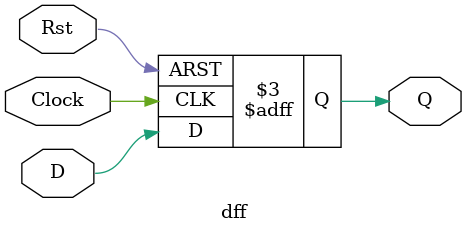
<source format=v>
/* reference referencedesigner.com */

`timescale 1ns / 100ps
//`define SyncronousReset

module dff (Clock, D, Q, Rst);
input wire Clock;
input wire D;
input wire Rst;
output reg Q;

`ifdef SyncronousReset
always @(posedge Clock) begin
    if (!Rst) begin
        Q = 0;
    end
    else begin
        Q = D;
    end
end
`else
always @(posedge Clock or negedge Rst) begin
    if (Rst == 0) begin
        Q = 0;
    end
    else begin
        Q = D;
    end
end
`endif

endmodule

</source>
